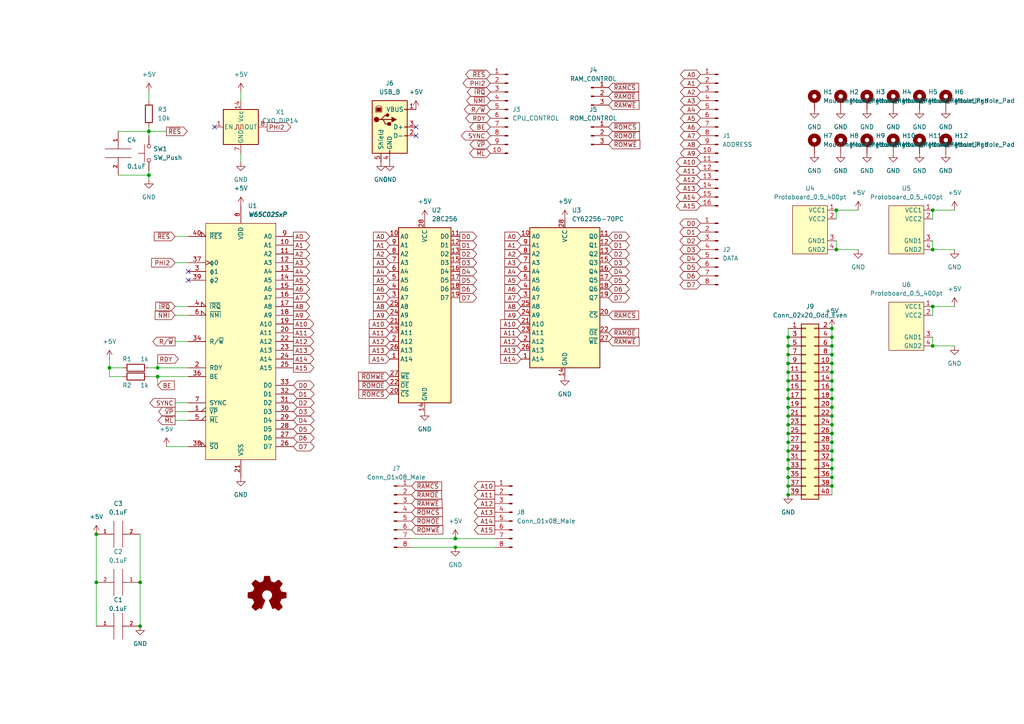
<source format=kicad_sch>
(kicad_sch (version 20211123) (generator eeschema)
  (paper "A4")
  (junction (at 228.6 102.87))
  (junction (at 241.3 102.87))
  (junction (at 132.08 158.75))
  (junction (at 241.3 118.11))
  (junction (at 132.08 156.21))
  (junction (at 241.3 138.43))
  (junction (at 31.75 106.68))
  (junction (at 43.18 38.1))
  (junction (at 241.3 110.49))
  (junction (at 228.6 138.43))
  (junction (at 228.6 97.79))
  (junction (at 241.3 125.73))
  (junction (at 228.6 120.65))
  (junction (at 228.6 125.73))
  (junction (at 228.6 107.95))
  (junction (at 241.3 105.41))
  (junction (at 241.3 95.25))
  (junction (at 40.64 168.91))
  (junction (at 228.6 130.81))
  (junction (at 241.3 113.03))
  (junction (at 228.6 143.51))
  (junction (at 241.3 135.89))
  (junction (at 270.51 60.96))
  (junction (at 241.3 123.19))
  (junction (at 45.72 109.22))
  (junction (at 228.6 115.57))
  (junction (at 241.3 97.79))
  (junction (at 241.3 115.57))
  (junction (at 228.6 110.49))
  (junction (at 228.6 100.33))
  (junction (at 228.6 123.19))
  (junction (at 228.6 105.41))
  (junction (at 228.6 118.11))
  (junction (at 242.57 60.96))
  (junction (at 242.57 72.39))
  (junction (at 228.6 128.27))
  (junction (at 270.51 88.9))
  (junction (at 228.6 135.89))
  (junction (at 228.6 133.35))
  (junction (at 45.72 106.68))
  (junction (at 241.3 120.65))
  (junction (at 270.51 72.39))
  (junction (at 241.3 128.27))
  (junction (at 241.3 100.33))
  (junction (at 270.51 100.33))
  (junction (at 228.6 113.03))
  (junction (at 228.6 140.97))
  (junction (at 241.3 140.97))
  (junction (at 43.18 50.8))
  (junction (at 27.94 154.94))
  (junction (at 241.3 133.35))
  (junction (at 27.94 168.91))
  (junction (at 241.3 107.95))
  (junction (at 40.64 181.61))
  (junction (at 241.3 130.81))
  (no_connect (at 54.61 81.28))
  (no_connect (at 54.61 78.74))
  (no_connect (at 62.23 36.83))
  (no_connect (at 120.65 39.37))
  (no_connect (at 120.65 36.83))
  (wire (pts (xy 228.6 107.95) (xy 228.6 110.49)))
  (wire (pts (xy 119.38 158.75) (xy 132.08 158.75)))
  (wire (pts (xy 242.57 60.96) (xy 248.92 60.96)))
  (wire (pts (xy 34.29 38.1) (xy 43.18 38.1)))
  (wire (pts (xy 241.3 113.03) (xy 241.3 115.57)))
  (wire (pts (xy 228.6 97.79) (xy 228.6 100.33)))
  (wire (pts (xy 48.26 129.54) (xy 54.61 129.54)))
  (wire (pts (xy 43.18 26.67) (xy 43.18 29.21)))
  (wire (pts (xy 50.8 91.44) (xy 54.61 91.44)))
  (wire (pts (xy 228.6 140.97) (xy 228.6 143.51)))
  (wire (pts (xy 241.3 110.49) (xy 241.3 113.03)))
  (wire (pts (xy 241.3 140.97) (xy 241.3 143.51)))
  (wire (pts (xy 119.38 156.21) (xy 132.08 156.21)))
  (wire (pts (xy 35.56 106.68) (xy 31.75 106.68)))
  (wire (pts (xy 228.6 102.87) (xy 228.6 105.41)))
  (wire (pts (xy 270.51 88.9) (xy 276.86 88.9)))
  (wire (pts (xy 241.3 100.33) (xy 241.3 102.87)))
  (wire (pts (xy 241.3 105.41) (xy 241.3 107.95)))
  (wire (pts (xy 31.75 104.14) (xy 31.75 106.68)))
  (wire (pts (xy 50.8 121.92) (xy 54.61 121.92)))
  (wire (pts (xy 270.51 60.96) (xy 276.86 60.96)))
  (wire (pts (xy 241.3 120.65) (xy 241.3 123.19)))
  (wire (pts (xy 45.72 104.14) (xy 45.72 106.68)))
  (wire (pts (xy 242.57 60.96) (xy 242.57 63.5)))
  (wire (pts (xy 270.51 60.96) (xy 270.51 63.5)))
  (wire (pts (xy 50.8 88.9) (xy 54.61 88.9)))
  (wire (pts (xy 31.75 106.68) (xy 31.75 109.22)))
  (wire (pts (xy 43.18 50.8) (xy 43.18 49.53)))
  (wire (pts (xy 228.6 95.25) (xy 228.6 97.79)))
  (wire (pts (xy 45.72 106.68) (xy 54.61 106.68)))
  (wire (pts (xy 40.64 154.94) (xy 40.64 168.91)))
  (wire (pts (xy 43.18 38.1) (xy 43.18 39.37)))
  (wire (pts (xy 270.51 69.85) (xy 270.51 72.39)))
  (wire (pts (xy 35.56 109.22) (xy 31.75 109.22)))
  (wire (pts (xy 242.57 72.39) (xy 248.92 72.39)))
  (wire (pts (xy 241.3 102.87) (xy 241.3 105.41)))
  (wire (pts (xy 241.3 125.73) (xy 241.3 128.27)))
  (wire (pts (xy 50.8 68.58) (xy 54.61 68.58)))
  (wire (pts (xy 50.8 76.2) (xy 54.61 76.2)))
  (wire (pts (xy 228.6 138.43) (xy 228.6 140.97)))
  (wire (pts (xy 241.3 118.11) (xy 241.3 120.65)))
  (wire (pts (xy 270.51 97.79) (xy 270.51 100.33)))
  (wire (pts (xy 69.85 26.67) (xy 69.85 29.21)))
  (wire (pts (xy 132.08 158.75) (xy 143.51 158.75)))
  (wire (pts (xy 43.18 38.1) (xy 48.26 38.1)))
  (wire (pts (xy 228.6 110.49) (xy 228.6 113.03)))
  (wire (pts (xy 50.8 119.38) (xy 54.61 119.38)))
  (wire (pts (xy 270.51 100.33) (xy 276.86 100.33)))
  (wire (pts (xy 228.6 100.33) (xy 228.6 102.87)))
  (wire (pts (xy 45.72 109.22) (xy 45.72 111.76)))
  (wire (pts (xy 270.51 88.9) (xy 270.51 91.44)))
  (wire (pts (xy 241.3 97.79) (xy 241.3 100.33)))
  (wire (pts (xy 228.6 125.73) (xy 228.6 128.27)))
  (wire (pts (xy 241.3 133.35) (xy 241.3 135.89)))
  (wire (pts (xy 241.3 135.89) (xy 241.3 138.43)))
  (wire (pts (xy 228.6 115.57) (xy 228.6 118.11)))
  (wire (pts (xy 241.3 123.19) (xy 241.3 125.73)))
  (wire (pts (xy 241.3 130.81) (xy 241.3 133.35)))
  (wire (pts (xy 27.94 168.91) (xy 27.94 181.61)))
  (wire (pts (xy 242.57 69.85) (xy 242.57 72.39)))
  (wire (pts (xy 228.6 123.19) (xy 228.6 125.73)))
  (wire (pts (xy 228.6 118.11) (xy 228.6 120.65)))
  (wire (pts (xy 241.3 128.27) (xy 241.3 130.81)))
  (wire (pts (xy 228.6 128.27) (xy 228.6 130.81)))
  (wire (pts (xy 241.3 115.57) (xy 241.3 118.11)))
  (wire (pts (xy 241.3 107.95) (xy 241.3 110.49)))
  (wire (pts (xy 43.18 109.22) (xy 45.72 109.22)))
  (wire (pts (xy 228.6 135.89) (xy 228.6 138.43)))
  (wire (pts (xy 40.64 168.91) (xy 40.64 181.61)))
  (wire (pts (xy 228.6 133.35) (xy 228.6 135.89)))
  (wire (pts (xy 34.29 50.8) (xy 43.18 50.8)))
  (wire (pts (xy 45.72 109.22) (xy 54.61 109.22)))
  (wire (pts (xy 69.85 44.45) (xy 69.85 46.99)))
  (wire (pts (xy 43.18 52.07) (xy 43.18 50.8)))
  (wire (pts (xy 43.18 36.83) (xy 43.18 38.1)))
  (wire (pts (xy 132.08 156.21) (xy 143.51 156.21)))
  (wire (pts (xy 228.6 113.03) (xy 228.6 115.57)))
  (wire (pts (xy 241.3 138.43) (xy 241.3 140.97)))
  (wire (pts (xy 43.18 106.68) (xy 45.72 106.68)))
  (wire (pts (xy 50.8 116.84) (xy 54.61 116.84)))
  (wire (pts (xy 27.94 154.94) (xy 27.94 168.91)))
  (wire (pts (xy 228.6 130.81) (xy 228.6 133.35)))
  (wire (pts (xy 228.6 105.41) (xy 228.6 107.95)))
  (wire (pts (xy 50.8 99.06) (xy 54.61 99.06)))
  (wire (pts (xy 270.51 72.39) (xy 276.86 72.39)))
  (wire (pts (xy 241.3 95.25) (xy 241.3 97.79)))
  (wire (pts (xy 228.6 120.65) (xy 228.6 123.19)))
  (global_label "A12" (shape output) (at 143.51 146.05 180) (property "Referencias entre hojas" "${INTERSHEET_REFS}" (effects hide)))
  (global_label "D0" (shape output) (at 133.35 68.58 0) (property "Referencias entre hojas" "${INTERSHEET_REFS}" (effects hide)))
  (global_label "~{ROMWE}" (shape input) (at 176.53 41.91 0) (property "Referencias entre hojas" "${INTERSHEET_REFS}" (effects hide)))
  (global_label "A7" (shape input) (at 151.13 86.36 180) (property "Referencias entre hojas" "${INTERSHEET_REFS}" (effects hide)))
  (global_label "A5" (shape input) (at 151.13 81.28 180) (property "Referencias entre hojas" "${INTERSHEET_REFS}" (effects hide)))
  (global_label "D5" (shape output) (at 133.35 81.28 0) (property "Referencias entre hojas" "${INTERSHEET_REFS}" (effects hide)))
  (global_label "A12" (shape bidirectional) (at 203.2 52.07 180) (property "Referencias entre hojas" "${INTERSHEET_REFS}" (effects hide)))
  (global_label "A6" (shape bidirectional) (at 203.2 36.83 180) (property "Referencias entre hojas" "${INTERSHEET_REFS}" (effects hide)))
  (global_label "A1" (shape output) (at 85.09 71.12 0) (property "Referencias entre hojas" "${INTERSHEET_REFS}" (effects hide)))
  (global_label "D3" (shape output) (at 133.35 76.2 0) (property "Referencias entre hojas" "${INTERSHEET_REFS}" (effects hide)))
  (global_label "BE" (shape input) (at 45.72 111.76 0) (property "Referencias entre hojas" "${INTERSHEET_REFS}" (effects hide)))
  (global_label "D1" (shape bidirectional) (at 176.53 71.12 0) (property "Referencias entre hojas" "${INTERSHEET_REFS}" (effects hide)))
  (global_label "A15" (shape bidirectional) (at 203.2 59.69 180) (property "Referencias entre hojas" "${INTERSHEET_REFS}" (effects hide)))
  (global_label "~{RAMOE}" (shape input) (at 176.53 27.94 0) (property "Referencias entre hojas" "${INTERSHEET_REFS}" (effects hide)))
  (global_label "A6" (shape output) (at 85.09 83.82 0) (property "Referencias entre hojas" "${INTERSHEET_REFS}" (effects hide)))
  (global_label "A8" (shape bidirectional) (at 203.2 41.91 180) (property "Referencias entre hojas" "${INTERSHEET_REFS}" (effects hide)))
  (global_label "A13" (shape input) (at 151.13 101.6 180) (property "Referencias entre hojas" "${INTERSHEET_REFS}" (effects hide)))
  (global_label "A5" (shape input) (at 113.03 81.28 180) (property "Referencias entre hojas" "${INTERSHEET_REFS}" (effects hide)))
  (global_label "D2" (shape bidirectional) (at 85.09 116.84 0) (property "Referencias entre hojas" "${INTERSHEET_REFS}" (effects hide)))
  (global_label "A1" (shape bidirectional) (at 203.2 24.13 180) (property "Referencias entre hojas" "${INTERSHEET_REFS}" (effects hide)))
  (global_label "~{ROMCS}" (shape input) (at 176.53 36.83 0) (property "Referencias entre hojas" "${INTERSHEET_REFS}" (effects hide)))
  (global_label "A11" (shape input) (at 151.13 96.52 180) (property "Referencias entre hojas" "${INTERSHEET_REFS}" (effects hide)))
  (global_label "A4" (shape input) (at 151.13 78.74 180) (property "Referencias entre hojas" "${INTERSHEET_REFS}" (effects hide)))
  (global_label "A10" (shape input) (at 113.03 93.98 180) (property "Referencias entre hojas" "${INTERSHEET_REFS}" (effects hide)))
  (global_label "PHI2" (shape bidirectional) (at 142.24 24.13 180) (property "Referencias entre hojas" "${INTERSHEET_REFS}" (effects hide)))
  (global_label "~{RES}" (shape output) (at 48.26 38.1 0) (property "Referencias entre hojas" "${INTERSHEET_REFS}" (effects hide)))
  (global_label "D6" (shape bidirectional) (at 85.09 127 0) (property "Referencias entre hojas" "${INTERSHEET_REFS}" (effects hide)))
  (global_label "D1" (shape output) (at 133.35 71.12 0) (property "Referencias entre hojas" "${INTERSHEET_REFS}" (effects hide)))
  (global_label "~{ML}" (shape bidirectional) (at 142.24 44.45 180) (property "Referencias entre hojas" "${INTERSHEET_REFS}" (effects hide)))
  (global_label "D0" (shape bidirectional) (at 176.53 68.58 0) (property "Referencias entre hojas" "${INTERSHEET_REFS}" (effects hide)))
  (global_label "~{RES}" (shape input) (at 50.8 68.58 180) (property "Referencias entre hojas" "${INTERSHEET_REFS}" (effects hide)))
  (global_label "D0" (shape bidirectional) (at 85.09 111.76 0) (property "Referencias entre hojas" "${INTERSHEET_REFS}" (effects hide)))
  (global_label "RDY" (shape bidirectional) (at 142.24 34.29 180) (property "Referencias entre hojas" "${INTERSHEET_REFS}" (effects hide)))
  (global_label "D5" (shape bidirectional) (at 203.2 77.47 180) (property "Referencias entre hojas" "${INTERSHEET_REFS}" (effects hide)))
  (global_label "D6" (shape output) (at 133.35 83.82 0) (property "Referencias entre hojas" "${INTERSHEET_REFS}" (effects hide)))
  (global_label "D7" (shape bidirectional) (at 85.09 129.54 0) (property "Referencias entre hojas" "${INTERSHEET_REFS}" (effects hide)))
  (global_label "D7" (shape bidirectional) (at 203.2 82.55 180) (property "Referencias entre hojas" "${INTERSHEET_REFS}" (effects hide)))
  (global_label "A2" (shape bidirectional) (at 203.2 26.67 180) (property "Referencias entre hojas" "${INTERSHEET_REFS}" (effects hide)))
  (global_label "A2" (shape input) (at 113.03 73.66 180) (property "Referencias entre hojas" "${INTERSHEET_REFS}" (effects hide)))
  (global_label "A13" (shape output) (at 143.51 148.59 180) (property "Referencias entre hojas" "${INTERSHEET_REFS}" (effects hide)))
  (global_label "A12" (shape input) (at 113.03 99.06 180) (property "Referencias entre hojas" "${INTERSHEET_REFS}" (effects hide)))
  (global_label "~{ML}" (shape output) (at 50.8 121.92 180) (property "Referencias entre hojas" "${INTERSHEET_REFS}" (effects hide)))
  (global_label "PHI2" (shape output) (at 77.47 36.83 0) (property "Referencias entre hojas" "${INTERSHEET_REFS}" (effects hide)))
  (global_label "A14" (shape output) (at 143.51 151.13 180) (property "Referencias entre hojas" "${INTERSHEET_REFS}" (effects hide)))
  (global_label "~{ROMCS}" (shape input) (at 113.03 114.3 180) (property "Referencias entre hojas" "${INTERSHEET_REFS}" (effects hide)))
  (global_label "D0" (shape bidirectional) (at 203.2 64.77 180) (property "Referencias entre hojas" "${INTERSHEET_REFS}" (effects hide)))
  (global_label "A11" (shape input) (at 113.03 96.52 180) (property "Referencias entre hojas" "${INTERSHEET_REFS}" (effects hide)))
  (global_label "A9" (shape input) (at 151.13 91.44 180) (property "Referencias entre hojas" "${INTERSHEET_REFS}" (effects hide)))
  (global_label "~{ROMOE}" (shape input) (at 119.38 151.13 0) (property "Referencias entre hojas" "${INTERSHEET_REFS}" (effects hide)))
  (global_label "D6" (shape bidirectional) (at 203.2 80.01 180) (property "Referencias entre hojas" "${INTERSHEET_REFS}" (effects hide)))
  (global_label "A14" (shape input) (at 113.03 104.14 180) (property "Referencias entre hojas" "${INTERSHEET_REFS}" (effects hide)))
  (global_label "A13" (shape input) (at 113.03 101.6 180) (property "Referencias entre hojas" "${INTERSHEET_REFS}" (effects hide)))
  (global_label "~{RAMOE}" (shape input) (at 119.38 143.51 0) (property "Referencias entre hojas" "${INTERSHEET_REFS}" (effects hide)))
  (global_label "A12" (shape input) (at 151.13 99.06 180) (property "Referencias entre hojas" "${INTERSHEET_REFS}" (effects hide)))
  (global_label "A1" (shape input) (at 113.03 71.12 180) (property "Referencias entre hojas" "${INTERSHEET_REFS}" (effects hide)))
  (global_label "A13" (shape bidirectional) (at 203.2 54.61 180) (property "Referencias entre hojas" "${INTERSHEET_REFS}" (effects hide)))
  (global_label "A9" (shape input) (at 113.03 91.44 180) (property "Referencias entre hojas" "${INTERSHEET_REFS}" (effects hide)))
  (global_label "D2" (shape bidirectional) (at 176.53 73.66 0) (property "Referencias entre hojas" "${INTERSHEET_REFS}" (effects hide)))
  (global_label "A3" (shape output) (at 85.09 76.2 0) (property "Referencias entre hojas" "${INTERSHEET_REFS}" (effects hide)))
  (global_label "A0" (shape output) (at 85.09 68.58 0) (property "Referencias entre hojas" "${INTERSHEET_REFS}" (effects hide)))
  (global_label "~{RAMCS}" (shape input) (at 176.53 25.4 0) (property "Referencias entre hojas" "${INTERSHEET_REFS}" (effects hide)))
  (global_label "A1" (shape input) (at 151.13 71.12 180) (property "Referencias entre hojas" "${INTERSHEET_REFS}" (effects hide)))
  (global_label "D1" (shape bidirectional) (at 85.09 114.3 0) (property "Referencias entre hojas" "${INTERSHEET_REFS}" (effects hide)))
  (global_label "A0" (shape bidirectional) (at 203.2 21.59 180) (property "Referencias entre hojas" "${INTERSHEET_REFS}" (effects hide)))
  (global_label "~{RAMCS}" (shape input) (at 176.53 91.44 0) (property "Referencias entre hojas" "${INTERSHEET_REFS}" (effects hide)))
  (global_label "A14" (shape input) (at 151.13 104.14 180) (property "Referencias entre hojas" "${INTERSHEET_REFS}" (effects hide)))
  (global_label "A0" (shape input) (at 113.03 68.58 180) (property "Referencias entre hojas" "${INTERSHEET_REFS}" (effects hide)))
  (global_label "D7" (shape bidirectional) (at 176.53 86.36 0) (property "Referencias entre hojas" "${INTERSHEET_REFS}" (effects hide)))
  (global_label "A4" (shape output) (at 85.09 78.74 0) (property "Referencias entre hojas" "${INTERSHEET_REFS}" (effects hide)))
  (global_label "A3" (shape input) (at 151.13 76.2 180) (property "Referencias entre hojas" "${INTERSHEET_REFS}" (effects hide)))
  (global_label "A3" (shape bidirectional) (at 203.2 29.21 180) (property "Referencias entre hojas" "${INTERSHEET_REFS}" (effects hide)))
  (global_label "A6" (shape input) (at 151.13 83.82 180) (property "Referencias entre hojas" "${INTERSHEET_REFS}" (effects hide)))
  (global_label "~{IRQ}" (shape bidirectional) (at 142.24 26.67 180) (property "Referencias entre hojas" "${INTERSHEET_REFS}" (effects hide)))
  (global_label "A15" (shape output) (at 85.09 106.68 0) (property "Referencias entre hojas" "${INTERSHEET_REFS}" (effects hide)))
  (global_label "A4" (shape bidirectional) (at 203.2 31.75 180) (property "Referencias entre hojas" "${INTERSHEET_REFS}" (effects hide)))
  (global_label "~{RAMWE}" (shape input) (at 176.53 99.06 0) (property "Referencias entre hojas" "${INTERSHEET_REFS}" (effects hide)))
  (global_label "D4" (shape bidirectional) (at 85.09 121.92 0) (property "Referencias entre hojas" "${INTERSHEET_REFS}" (effects hide)))
  (global_label "A5" (shape bidirectional) (at 203.2 34.29 180) (property "Referencias entre hojas" "${INTERSHEET_REFS}" (effects hide)))
  (global_label "~{NMI}" (shape bidirectional) (at 142.24 29.21 180) (property "Referencias entre hojas" "${INTERSHEET_REFS}" (effects hide)))
  (global_label "~{RAMWE}" (shape input) (at 176.53 30.48 0) (property "Referencias entre hojas" "${INTERSHEET_REFS}" (effects hide)))
  (global_label "A9" (shape bidirectional) (at 203.2 44.45 180) (property "Referencias entre hojas" "${INTERSHEET_REFS}" (effects hide)))
  (global_label "D1" (shape bidirectional) (at 203.2 67.31 180) (property "Referencias entre hojas" "${INTERSHEET_REFS}" (effects hide)))
  (global_label "A10" (shape bidirectional) (at 203.2 46.99 180) (property "Referencias entre hojas" "${INTERSHEET_REFS}" (effects hide)))
  (global_label "A11" (shape output) (at 85.09 96.52 0) (property "Referencias entre hojas" "${INTERSHEET_REFS}" (effects hide)))
  (global_label "BE" (shape bidirectional) (at 142.24 36.83 180) (property "Referencias entre hojas" "${INTERSHEET_REFS}" (effects hide)))
  (global_label "~{ROMWE}" (shape input) (at 113.03 109.22 180) (property "Referencias entre hojas" "${INTERSHEET_REFS}" (effects hide)))
  (global_label "~{RAMCS}" (shape input) (at 119.38 140.97 0) (property "Referencias entre hojas" "${INTERSHEET_REFS}" (effects hide)))
  (global_label "SYNC" (shape output) (at 50.8 116.84 180) (property "Referencias entre hojas" "${INTERSHEET_REFS}" (effects hide)))
  (global_label "A14" (shape output) (at 85.09 104.14 0) (property "Referencias entre hojas" "${INTERSHEET_REFS}" (effects hide)))
  (global_label "D5" (shape bidirectional) (at 85.09 124.46 0) (property "Referencias entre hojas" "${INTERSHEET_REFS}" (effects hide)))
  (global_label "~{ROMOE}" (shape input) (at 176.53 39.37 0) (property "Referencias entre hojas" "${INTERSHEET_REFS}" (effects hide)))
  (global_label "D4" (shape output) (at 133.35 78.74 0) (property "Referencias entre hojas" "${INTERSHEET_REFS}" (effects hide)))
  (global_label "A11" (shape bidirectional) (at 203.2 49.53 180) (property "Referencias entre hojas" "${INTERSHEET_REFS}" (effects hide)))
  (global_label "RDY" (shape output) (at 45.72 104.14 0) (property "Referencias entre hojas" "${INTERSHEET_REFS}" (effects hide)))
  (global_label "A10" (shape output) (at 85.09 93.98 0) (property "Referencias entre hojas" "${INTERSHEET_REFS}" (effects hide)))
  (global_label "D5" (shape bidirectional) (at 176.53 81.28 0) (property "Referencias entre hojas" "${INTERSHEET_REFS}" (effects hide)))
  (global_label "~{IRQ}" (shape input) (at 50.8 88.9 180) (property "Referencias entre hojas" "${INTERSHEET_REFS}" (effects hide)))
  (global_label "A12" (shape output) (at 85.09 99.06 0) (property "Referencias entre hojas" "${INTERSHEET_REFS}" (effects hide)))
  (global_label "A8" (shape input) (at 113.03 88.9 180) (property "Referencias entre hojas" "${INTERSHEET_REFS}" (effects hide)))
  (global_label "A2" (shape output) (at 85.09 73.66 0) (property "Referencias entre hojas" "${INTERSHEET_REFS}" (effects hide)))
  (global_label "D2" (shape bidirectional) (at 203.2 69.85 180) (property "Referencias entre hojas" "${INTERSHEET_REFS}" (effects hide)))
  (global_label "~{RAMOE}" (shape input) (at 176.53 96.52 0) (property "Referencias entre hojas" "${INTERSHEET_REFS}" (effects hide)))
  (global_label "A10" (shape output) (at 143.51 140.97 180) (property "Referencias entre hojas" "${INTERSHEET_REFS}" (effects hide)))
  (global_label "A7" (shape output) (at 85.09 86.36 0) (property "Referencias entre hojas" "${INTERSHEET_REFS}" (effects hide)))
  (global_label "D3" (shape bidirectional) (at 203.2 72.39 180) (property "Referencias entre hojas" "${INTERSHEET_REFS}" (effects hide)))
  (global_label "~{VP}" (shape bidirectional) (at 142.24 41.91 180) (property "Referencias entre hojas" "${INTERSHEET_REFS}" (effects hide)))
  (global_label "D4" (shape bidirectional) (at 203.2 74.93 180) (property "Referencias entre hojas" "${INTERSHEET_REFS}" (effects hide)))
  (global_label "A8" (shape output) (at 85.09 88.9 0) (property "Referencias entre hojas" "${INTERSHEET_REFS}" (effects hide)))
  (global_label "A0" (shape input) (at 151.13 68.58 180) (property "Referencias entre hojas" "${INTERSHEET_REFS}" (effects hide)))
  (global_label "A6" (shape input) (at 113.03 83.82 180) (property "Referencias entre hojas" "${INTERSHEET_REFS}" (effects hide)))
  (global_label "A14" (shape bidirectional) (at 203.2 57.15 180) (property "Referencias entre hojas" "${INTERSHEET_REFS}" (effects hide)))
  (global_label "A9" (shape output) (at 85.09 91.44 0) (property "Referencias entre hojas" "${INTERSHEET_REFS}" (effects hide)))
  (global_label "A13" (shape output) (at 85.09 101.6 0) (property "Referencias entre hojas" "${INTERSHEET_REFS}" (effects hide)))
  (global_label "A7" (shape input) (at 113.03 86.36 180) (property "Referencias entre hojas" "${INTERSHEET_REFS}" (effects hide)))
  (global_label "D2" (shape output) (at 133.35 73.66 0) (property "Referencias entre hojas" "${INTERSHEET_REFS}" (effects hide)))
  (global_label "A15" (shape output) (at 143.51 153.67 180) (property "Referencias entre hojas" "${INTERSHEET_REFS}" (effects hide)))
  (global_label "~{NMI}" (shape input) (at 50.8 91.44 180) (property "Referencias entre hojas" "${INTERSHEET_REFS}" (effects hide)))
  (global_label "~{ROMWE}" (shape input) (at 119.38 153.67 0) (property "Referencias entre hojas" "${INTERSHEET_REFS}" (effects hide)))
  (global_label "A7" (shape bidirectional) (at 203.2 39.37 180) (property "Referencias entre hojas" "${INTERSHEET_REFS}" (effects hide)))
  (global_label "A3" (shape input) (at 113.03 76.2 180) (property "Referencias entre hojas" "${INTERSHEET_REFS}" (effects hide)))
  (global_label "A5" (shape output) (at 85.09 81.28 0) (property "Referencias entre hojas" "${INTERSHEET_REFS}" (effects hide)))
  (global_label "~{ROMCS}" (shape input) (at 119.38 148.59 0) (property "Referencias entre hojas" "${INTERSHEET_REFS}" (effects hide)))
  (global_label "A8" (shape input) (at 151.13 88.9 180) (property "Referencias entre hojas" "${INTERSHEET_REFS}" (effects hide)))
  (global_label "A2" (shape input) (at 151.13 73.66 180) (property "Referencias entre hojas" "${INTERSHEET_REFS}" (effects hide)))
  (global_label "D7" (shape output) (at 133.35 86.36 0) (property "Referencias entre hojas" "${INTERSHEET_REFS}" (effects hide)))
  (global_label "D4" (shape bidirectional) (at 176.53 78.74 0) (property "Referencias entre hojas" "${INTERSHEET_REFS}" (effects hide)))
  (global_label "~{RAMWE}" (shape input) (at 119.38 146.05 0) (property "Referencias entre hojas" "${INTERSHEET_REFS}" (effects hide)))
  (global_label "D3" (shape bidirectional) (at 176.53 76.2 0) (property "Referencias entre hojas" "${INTERSHEET_REFS}" (effects hide)))
  (global_label "A10" (shape input) (at 151.13 93.98 180) (property "Referencias entre hojas" "${INTERSHEET_REFS}" (effects hide)))
  (global_label "~{VP}" (shape output) (at 50.8 119.38 180) (property "Referencias entre hojas" "${INTERSHEET_REFS}" (effects hide)))
  (global_label "~{ROMOE}" (shape input) (at 113.03 111.76 180) (property "Referencias entre hojas" "${INTERSHEET_REFS}" (effects hide)))
  (global_label "R{slash}~{W}" (shape bidirectional) (at 142.24 31.75 180) (property "Referencias entre hojas" "${INTERSHEET_REFS}" (effects hide)))
  (global_label "D3" (shape bidirectional) (at 85.09 119.38 0) (property "Referencias entre hojas" "${INTERSHEET_REFS}" (effects hide)))
  (global_label "PHI2" (shape input) (at 50.8 76.2 180) (property "Referencias entre hojas" "${INTERSHEET_REFS}" (effects hide)))
  (global_label "R{slash}~{W}" (shape output) (at 50.8 99.06 180) (property "Referencias entre hojas" "${INTERSHEET_REFS}" (effects hide)))
  (global_label "SYNC" (shape bidirectional) (at 142.24 39.37 180) (property "Referencias entre hojas" "${INTERSHEET_REFS}" (effects hide)))
  (global_label "D6" (shape bidirectional) (at 176.53 83.82 0) (property "Referencias entre hojas" "${INTERSHEET_REFS}" (effects hide)))
  (global_label "A4" (shape input) (at 113.03 78.74 180) (property "Referencias entre hojas" "${INTERSHEET_REFS}" (effects hide)))
  (global_label "A11" (shape output) (at 143.51 143.51 180) (property "Referencias entre hojas" "${INTERSHEET_REFS}" (effects hide)))
  (global_label "~{RES}" (shape bidirectional) (at 142.24 21.59 180) (property "Referencias entre hojas" "${INTERSHEET_REFS}" (effects hide)))
  (symbol (lib_id "Memory_RAM:CY62256-70PC") (at 163.83 86.36 0) (unit 1)
    (property "Reference" "U3" (at 165.8494 60.96 0) (effects (justify left)))
    (property "Value" "CY62256-70PC" (at 165.8494 63.5 0) (effects (justify left)))
    (property "Footprint" "Package_DIP:DIP-28_W15.24mm_Socket_LongPads" (effects hide))
    (property "Datasheet" "https://ecee.colorado.edu/~mcclurel/Cypress_SRAM_CY62256.pdf" (effects hide))
  )
  (symbol (lib_id "pspice:C") (at 34.29 44.45 0) (unit 1)
    (property "Reference" "C4" (at 36.83 40.64 0) (effects (justify left)))
    (property "Value" "0.1uF" (at 36.83 48.26 0) (effects (justify left)))
    (property "Footprint" "Capacitor_THT:C_Disc_D5.0mm_W2.5mm_P2.50mm" (effects hide))
  )
  (symbol (lib_id "Device:R") (at 39.37 109.22 90) (unit 1)
    (property "Reference" "R2" (at 36.83 111.76 90))
    (property "Value" "1k" (at 41.91 111.76 90))
    (property "Footprint" "Resistor_THT:R_Axial_DIN0309_L9.0mm_D3.2mm_P12.70mm_Horizontal" (effects hide))
  )
  (symbol (lib_id "Connector:Conn_01x03_Male") (at 171.45 27.94 0) (unit 1)
    (property "Reference" "J4" (at 172.085 20.32 0))
    (property "Value" "RAM_CONTROL" (at 172.085 22.86 0))
    (property "Footprint" "Connector_PinSocket_2.54mm:PinSocket_1x03_P2.54mm_Vertical" (effects hide))
  )
  (symbol (lib_id "power:GND") (at 266.7 31.75 0) (unit 1)
    (property "Reference" "#PWR0124" (effects hide))
    (property "Value" "GND" (at 266.7 36.83 0))
  )
  (symbol (lib_id "power:GND") (at 40.64 181.61 0) (unit 1)
    (property "Reference" "#PWR0118" (effects hide))
    (property "Value" "GND" (at 40.64 186.69 0))
  )
  (symbol (lib_id "power:+5V") (at 132.08 156.21 0) (unit 1)
    (property "Reference" "#PWR0113" (effects hide))
    (property "Value" "+5V" (at 132.08 151.13 0))
  )
  (symbol (lib_id "Mechanical:MountingHole_Pad") (at 251.46 29.21 0) (unit 1)
    (property "Reference" "H3" (at 254 26.6699 0) (effects (justify left)))
    (property "Value" "MountingHole_Pad" (at 254 29.2099 0) (effects (justify left)))
    (property "Footprint" "MountingHole:MountingHole_3.2mm_M3_Pad_Via" (effects hide))
  )
  (symbol (lib_id "power:GND") (at 243.84 31.75 0) (unit 1)
    (property "Reference" "#PWR0127" (effects hide))
    (property "Value" "GND" (at 243.84 36.83 0))
  )
  (symbol (lib_id "Device:R") (at 39.37 106.68 90) (unit 1)
    (property "Reference" "R1" (at 36.83 104.14 90))
    (property "Value" "1k" (at 41.91 104.14 90))
    (property "Footprint" "Resistor_THT:R_Axial_DIN0309_L9.0mm_D3.2mm_P12.70mm_Horizontal" (effects hide))
  )
  (symbol (lib_id "Mechanical:MountingHole_Pad") (at 236.22 41.91 0) (unit 1)
    (property "Reference" "H7" (at 238.76 39.3699 0) (effects (justify left)))
    (property "Value" "MountingHole_Pad" (at 238.76 41.9099 0) (effects (justify left)))
    (property "Footprint" "MountingHole:MountingHole_3.2mm_M3_Pad_Via" (effects hide))
  )
  (symbol (lib_id "power:GND") (at 236.22 31.75 0) (unit 1)
    (property "Reference" "#PWR0126" (effects hide))
    (property "Value" "GND" (at 236.22 36.83 0))
  )
  (symbol (lib_id "power:+5V") (at 123.19 63.5 0) (unit 1)
    (property "Reference" "#PWR0104" (effects hide))
    (property "Value" "+5V" (at 123.19 58.42 0))
  )
  (symbol (lib_id "power:+5V") (at 276.86 88.9 0) (unit 1)
    (property "Reference" "#PWR0132" (effects hide))
    (property "Value" "+5V" (at 276.86 83.82 0))
  )
  (symbol (lib_id "power:GND") (at 132.08 158.75 0) (unit 1)
    (property "Reference" "#PWR0114" (effects hide))
    (property "Value" "GND" (at 132.08 163.83 0))
  )
  (symbol (lib_id "power:GND") (at 163.83 109.22 0) (unit 1)
    (property "Reference" "#PWR0109" (effects hide))
    (property "Value" "GND" (at 163.83 114.3 0))
  )
  (symbol (lib_id "power:GND") (at 228.6 143.51 0) (unit 1)
    (property "Reference" "#PWR0120" (effects hide))
    (property "Value" "GND" (at 228.6 148.59 0))
  )
  (symbol (lib_id "Mechanical:MountingHole_Pad") (at 251.46 41.91 0) (unit 1)
    (property "Reference" "H9" (at 254 39.3699 0) (effects (justify left)))
    (property "Value" "MountingHole_Pad" (at 254 41.9099 0) (effects (justify left)))
    (property "Footprint" "MountingHole:MountingHole_3.2mm_M3_Pad_Via" (effects hide))
  )
  (symbol (lib_id "Switch:SW_Push") (at 43.18 44.45 90) (unit 1)
    (property "Reference" "SW1" (at 44.45 43.1799 90) (effects (justify right)))
    (property "Value" "SW_Push" (at 44.45 45.7199 90) (effects (justify right)))
    (property "Footprint" "Button_Switch_THT:SW_PUSH_6mm" (effects hide))
  )
  (symbol (lib_id "power:GND") (at 236.22 44.45 0) (unit 1)
    (property "Reference" "#PWR0135" (effects hide))
    (property "Value" "GND" (at 236.22 49.53 0))
  )
  (symbol (lib_id "Memory_EEPROM:28C256") (at 123.19 91.44 0) (unit 1)
    (property "Reference" "U2" (at 125.2094 60.96 0) (effects (justify left)))
    (property "Value" "28C256" (at 125.2094 63.5 0) (effects (justify left)))
    (property "Footprint" "Package_DIP:DIP-28_W15.24mm_Socket_LongPads" (effects hide))
    (property "Datasheet" "http://ww1.microchip.com/downloads/en/DeviceDoc/doc0006.pdf" (effects hide))
  )
  (symbol (lib_id "power:GND") (at 110.49 46.99 0) (unit 1)
    (property "Reference" "#PWR0115" (effects hide))
    (property "Value" "GND" (at 110.49 52.07 0))
  )
  (symbol (lib_id "Perfboard:Protoboard_0,5_400pt") (at 260.35 83.82 0) (unit 1)
    (property "Reference" "U6" (at 262.89 82.55 0))
    (property "Value" "Protoboard_0,5_400pt" (at 262.89 85.09 0))
    (property "Footprint" "Protoboard_with_perfboard:Protoboard_Perfboard_0,5_400pt" (effects hide))
  )
  (symbol (lib_id "Mechanical:MountingHole_Pad") (at 243.84 41.91 0) (unit 1)
    (property "Reference" "H8" (at 246.38 39.3699 0) (effects (justify left)))
    (property "Value" "MountingHole_Pad" (at 246.38 41.9099 0) (effects (justify left)))
    (property "Footprint" "MountingHole:MountingHole_3.2mm_M3_Pad_Via" (effects hide))
  )
  (symbol (lib_id "power:GND") (at 259.08 44.45 0) (unit 1)
    (property "Reference" "#PWR0137" (effects hide))
    (property "Value" "GND" (at 259.08 49.53 0))
  )
  (symbol (lib_id "Graphic:Logo_Open_Hardware_Small") (at 77.47 172.72 0) (unit 1)
    (property "Reference" "#LOGO1" (effects hide))
    (property "Value" "Logo_Open_Hardware_Small" (effects hide))
    (property "Footprint" "Symbol:OSHW-Symbol_13.4x12mm_Copper" (effects hide))
  )
  (symbol (lib_id "power:GND") (at 69.85 138.43 0) (unit 1)
    (property "Reference" "#PWR0102" (effects hide))
    (property "Value" "GND" (at 69.85 143.51 0))
  )
  (symbol (lib_id "power:+5V") (at 31.75 104.14 0) (unit 1)
    (property "Reference" "#PWR0106" (effects hide))
    (property "Value" "+5V" (at 31.75 99.06 0))
  )
  (symbol (lib_id "Perfboard:Protoboard_0,5_400pt") (at 260.35 55.88 0) (unit 1)
    (property "Reference" "U5" (at 262.89 54.61 0))
    (property "Value" "Protoboard_0,5_400pt" (at 262.89 57.15 0))
    (property "Footprint" "Protoboard_with_perfboard:Protoboard_Perfboard_0,5_400pt" (effects hide))
  )
  (symbol (lib_id "Connector:Conn_01x08_Male") (at 114.3 148.59 0) (unit 1)
    (property "Reference" "J7" (at 114.935 135.89 0))
    (property "Value" "Conn_01x08_Male" (at 114.935 138.43 0))
    (property "Footprint" "Connector_PinSocket_2.54mm:PinSocket_1x08_P2.54mm_Vertical" (effects hide))
  )
  (symbol (lib_id "pspice:C") (at 34.29 154.94 90) (unit 1)
    (property "Reference" "C3" (at 34.29 146.05 90))
    (property "Value" "0.1uF" (at 34.29 148.59 90))
    (property "Footprint" "Capacitor_THT:C_Disc_D5.0mm_W2.5mm_P2.50mm" (effects hide))
  )
  (symbol (lib_id "power:GND") (at 266.7 44.45 0) (unit 1)
    (property "Reference" "#PWR0138" (effects hide))
    (property "Value" "GND" (at 266.7 49.53 0))
  )
  (symbol (lib_id "power:+5V") (at 48.26 129.54 0) (unit 1)
    (property "Reference" "#PWR0101" (effects hide))
    (property "Value" "+5V" (at 48.26 124.46 0))
  )
  (symbol (lib_id "Connector:Conn_01x08_Male") (at 148.59 148.59 0) (mirror y) (unit 1)
    (property "Reference" "J8" (at 149.86 148.5899 0) (effects (justify right)))
    (property "Value" "Conn_01x08_Male" (at 149.86 151.1299 0) (effects (justify right)))
    (property "Footprint" "Connector_PinSocket_2.54mm:PinSocket_1x08_P2.54mm_Vertical" (effects hide))
  )
  (symbol (lib_id "power:GND") (at 69.85 46.99 0) (unit 1)
    (property "Reference" "#PWR0111" (effects hide))
    (property "Value" "GND" (at 69.85 52.07 0))
  )
  (symbol (lib_id "Mechanical:MountingHole_Pad") (at 266.7 41.91 0) (unit 1)
    (property "Reference" "H11" (at 269.24 39.3699 0) (effects (justify left)))
    (property "Value" "MountingHole_Pad" (at 269.24 41.9099 0) (effects (justify left)))
    (property "Footprint" "MountingHole:MountingHole_3.2mm_M3_Pad_Via" (effects hide))
  )
  (symbol (lib_id "Mechanical:MountingHole_Pad") (at 259.08 41.91 0) (unit 1)
    (property "Reference" "H10" (at 261.62 39.3699 0) (effects (justify left)))
    (property "Value" "MountingHole_Pad" (at 261.62 41.9099 0) (effects (justify left)))
    (property "Footprint" "MountingHole:MountingHole_3.2mm_M3_Pad_Via" (effects hide))
  )
  (symbol (lib_id "pspice:C") (at 34.29 181.61 90) (unit 1)
    (property "Reference" "C1" (at 34.29 173.99 90))
    (property "Value" "0.1uF" (at 34.29 176.53 90))
    (property "Footprint" "Capacitor_THT:C_Disc_D5.0mm_W2.5mm_P2.50mm" (effects hide))
  )
  (symbol (lib_id "Mechanical:MountingHole_Pad") (at 266.7 29.21 0) (unit 1)
    (property "Reference" "H5" (at 269.24 26.6699 0) (effects (justify left)))
    (property "Value" "MountingHole_Pad" (at 269.24 29.2099 0) (effects (justify left)))
    (property "Footprint" "MountingHole:MountingHole_3.2mm_M3_Pad_Via" (effects hide))
  )
  (symbol (lib_id "Mechanical:MountingHole_Pad") (at 259.08 29.21 0) (unit 1)
    (property "Reference" "H4" (at 261.62 26.6699 0) (effects (justify left)))
    (property "Value" "MountingHole_Pad" (at 261.62 29.2099 0) (effects (justify left)))
    (property "Footprint" "MountingHole:MountingHole_3.2mm_M3_Pad_Via" (effects hide))
  )
  (symbol (lib_id "power:+5V") (at 69.85 26.67 0) (unit 1)
    (property "Reference" "#PWR0112" (effects hide))
    (property "Value" "+5V" (at 69.85 21.59 0))
  )
  (symbol (lib_id "Device:R") (at 43.18 33.02 0) (unit 1)
    (property "Reference" "R3" (at 45.72 31.7499 0) (effects (justify left)))
    (property "Value" "10k" (at 45.72 34.2899 0) (effects (justify left)))
    (property "Footprint" "Resistor_THT:R_Axial_DIN0309_L9.0mm_D3.2mm_P12.70mm_Horizontal" (effects hide))
  )
  (symbol (lib_id "power:GND") (at 243.84 44.45 0) (unit 1)
    (property "Reference" "#PWR0134" (effects hide))
    (property "Value" "GND" (at 243.84 49.53 0))
  )
  (symbol (lib_id "power:GND") (at 274.32 44.45 0) (unit 1)
    (property "Reference" "#PWR0139" (effects hide))
    (property "Value" "GND" (at 274.32 49.53 0))
  )
  (symbol (lib_id "power:GND") (at 251.46 31.75 0) (unit 1)
    (property "Reference" "#PWR0122" (effects hide))
    (property "Value" "GND" (at 251.46 36.83 0))
  )
  (symbol (lib_id "power:+5V") (at 43.18 26.67 0) (unit 1)
    (property "Reference" "#PWR0108" (effects hide))
    (property "Value" "+5V" (at 43.18 21.59 0))
  )
  (symbol (lib_id "Connector:Conn_01x10_Male") (at 147.32 31.75 0) (mirror y) (unit 1)
    (property "Reference" "J3" (at 148.59 31.7499 0) (effects (justify right)))
    (property "Value" "CPU_CONTROL" (at 148.59 34.2899 0) (effects (justify right)))
    (property "Footprint" "Connector_PinSocket_2.54mm:PinSocket_1x10_P2.54mm_Vertical" (effects hide))
  )
  (symbol (lib_id "power:GND") (at 248.92 72.39 0) (unit 1)
    (property "Reference" "#PWR0128" (effects hide))
    (property "Value" "GND" (at 248.92 77.47 0))
  )
  (symbol (lib_id "power:+5V") (at 248.92 60.96 0) (unit 1)
    (property "Reference" "#PWR0129" (effects hide))
    (property "Value" "+5V" (at 248.92 55.88 0))
  )
  (symbol (lib_id "Mechanical:MountingHole_Pad") (at 274.32 41.91 0) (unit 1)
    (property "Reference" "H12" (at 276.86 39.3699 0) (effects (justify left)))
    (property "Value" "MountingHole_Pad" (at 276.86 41.9099 0) (effects (justify left)))
    (property "Footprint" "MountingHole:MountingHole_3.2mm_M3_Pad_Via" (effects hide))
  )
  (symbol (lib_id "Mechanical:MountingHole_Pad") (at 274.32 29.21 0) (unit 1)
    (property "Reference" "H6" (at 276.86 26.6699 0) (effects (justify left)))
    (property "Value" "MountingHole_Pad" (at 276.86 29.2099 0) (effects (justify left)))
    (property "Footprint" "MountingHole:MountingHole_3.2mm_M3_Pad_Via" (effects hide))
  )
  (symbol (lib_id "pspice:C") (at 34.29 168.91 270) (unit 1)
    (property "Reference" "C2" (at 34.29 160.02 90))
    (property "Value" "0.1uF" (at 34.29 162.56 90))
    (property "Footprint" "Capacitor_THT:C_Disc_D5.0mm_W2.5mm_P2.50mm" (effects hide))
  )
  (symbol (lib_id "power:GND") (at 113.03 46.99 0) (unit 1)
    (property "Reference" "#PWR0116" (effects hide))
    (property "Value" "GND" (at 113.03 52.07 0))
  )
  (symbol (lib_id "power:GND") (at 43.18 52.07 0) (unit 1)
    (property "Reference" "#PWR0107" (effects hide))
    (property "Value" "GND" (at 43.18 57.15 0))
  )
  (symbol (lib_id "Connector:USB_B") (at 113.03 36.83 0) (unit 1)
    (property "Reference" "J6" (at 113.03 24.13 0))
    (property "Value" "USB_B" (at 113.03 26.67 0))
    (property "Footprint" "Connector_USB:USB_B_Lumberg_2411_02_Horizontal" (effects hide))
    (property "Datasheet" " ~" (effects hide))
  )
  (symbol (lib_id "Oscillator:CXO_DIP14") (at 69.85 36.83 0) (unit 1)
    (property "Reference" "X1" (at 81.28 32.4993 0))
    (property "Value" "CXO_DIP14" (at 81.28 35.0393 0))
    (property "Footprint" "Oscillator:Oscillator_DIP-14" (effects hide))
    (property "Datasheet" "http://cdn-reichelt.de/documents/datenblatt/B400/OSZI.pdf" (effects hide))
  )
  (symbol (lib_id "Mechanical:MountingHole_Pad") (at 236.22 29.21 0) (unit 1)
    (property "Reference" "H1" (at 238.76 26.6699 0) (effects (justify left)))
    (property "Value" "MountingHole_Pad" (at 238.76 29.2099 0) (effects (justify left)))
    (property "Footprint" "MountingHole:MountingHole_3.2mm_M3_Pad_Via" (effects hide))
  )
  (symbol (lib_id "power:GND") (at 123.19 119.38 0) (unit 1)
    (property "Reference" "#PWR0105" (effects hide))
    (property "Value" "GND" (at 123.19 124.46 0))
  )
  (symbol (lib_id "power:GND") (at 274.32 31.75 0) (unit 1)
    (property "Reference" "#PWR0125" (effects hide))
    (property "Value" "GND" (at 274.32 36.83 0))
  )
  (symbol (lib_id "Connector:Conn_01x03_Male") (at 171.45 39.37 0) (unit 1)
    (property "Reference" "J5" (at 172.085 31.75 0))
    (property "Value" "ROM_CONTROL" (at 172.085 34.29 0))
    (property "Footprint" "Connector_PinSocket_2.54mm:PinSocket_1x03_P2.54mm_Vertical" (effects hide))
  )
  (symbol (lib_id "Mechanical:MountingHole_Pad") (at 243.84 29.21 0) (unit 1)
    (property "Reference" "H2" (at 246.38 26.6699 0) (effects (justify left)))
    (property "Value" "MountingHole_Pad" (at 246.38 29.2099 0) (effects (justify left)))
    (property "Footprint" "MountingHole:MountingHole_3.2mm_M3_Pad_Via" (effects hide))
  )
  (symbol (lib_id "power:+5V") (at 241.3 95.25 0) (unit 1)
    (property "Reference" "#PWR0121" (effects hide))
    (property "Value" "+5V" (at 241.3 90.17 0))
  )
  (symbol (lib_id "Connector_Generic:Conn_02x20_Odd_Even") (at 233.68 118.11 0) (unit 1)
    (property "Reference" "J9" (at 234.95 88.9 0))
    (property "Value" "Conn_02x20_Odd_Even" (at 234.95 91.44 0))
    (property "Footprint" "Connector_PinSocket_2.54mm:PinSocket_2x20_P2.54mm_Vertical" (effects hide))
  )
  (symbol (lib_id "power:GND") (at 276.86 100.33 0) (unit 1)
    (property "Reference" "#PWR0130" (effects hide))
    (property "Value" "GND" (at 276.86 105.41 0))
  )
  (symbol (lib_id "power:+5V") (at 27.94 154.94 0) (unit 1)
    (property "Reference" "#PWR0119" (effects hide))
    (property "Value" "+5V" (at 27.94 149.86 0))
  )
  (symbol (lib_id "65xx:W65C02SxP") (at 69.85 99.06 0) (unit 1)
    (property "Reference" "U1" (at 71.8694 59.69 0) (effects (justify left)))
    (property "Value" "W65C02SxP" (at 71.8694 62.23 0) (effects (font bold italic) (justify left)))
    (property "Footprint" "Package_DIP:DIP-40_W15.24mm_Socket_LongPads" (effects hide))
    (property "Datasheet" "http://www.westerndesigncenter.com/wdc/documentation/w65c02s.pdf" (effects hide))
  )
  (symbol (lib_id "power:GND") (at 276.86 72.39 0) (unit 1)
    (property "Reference" "#PWR0131" (effects hide))
    (property "Value" "GND" (at 276.86 77.47 0))
  )
  (symbol (lib_id "Perfboard:Protoboard_0,5_400pt") (at 232.41 55.88 0) (unit 1)
    (property "Reference" "U4" (at 234.95 54.61 0))
    (property "Value" "Protoboard_0,5_400pt" (at 234.95 57.15 0))
    (property "Footprint" "Protoboard_with_perfboard:Protoboard_Perfboard_0,5_400pt" (effects hide))
  )
  (symbol (lib_id "power:GND") (at 251.46 44.45 0) (unit 1)
    (property "Reference" "#PWR0136" (effects hide))
    (property "Value" "GND" (at 251.46 49.53 0))
  )
  (symbol (lib_id "power:+5V") (at 163.83 63.5 0) (unit 1)
    (property "Reference" "#PWR0110" (effects hide))
    (property "Value" "+5V" (at 163.83 58.42 0))
  )
  (symbol (lib_id "Connector:Conn_01x16_Male") (at 208.28 39.37 0) (mirror y) (unit 1)
    (property "Reference" "J1" (at 209.55 39.3699 0) (effects (justify right)))
    (property "Value" "ADDRESS" (at 209.55 41.9099 0) (effects (justify right)))
    (property "Footprint" "Connector_PinSocket_2.54mm:PinSocket_1x16_P2.54mm_Vertical" (effects hide))
  )
  (symbol (lib_id "power:+5V") (at 120.65 31.75 0) (unit 1)
    (property "Reference" "#PWR0117" (effects hide))
    (property "Value" "+5V" (at 120.65 26.67 0))
  )
  (symbol (lib_id "power:+5V") (at 276.86 60.96 0) (unit 1)
    (property "Reference" "#PWR0133" (effects hide))
    (property "Value" "+5V" (at 276.86 55.88 0))
  )
  (symbol (lib_id "power:GND") (at 259.08 31.75 0) (unit 1)
    (property "Reference" "#PWR0123" (effects hide))
    (property "Value" "GND" (at 259.08 36.83 0))
  )
  (symbol (lib_id "power:+5V") (at 69.85 59.69 0) (unit 1)
    (property "Reference" "#PWR0103" (effects hide))
    (property "Value" "+5V" (at 69.85 54.61 0))
  )
  (symbol (lib_id "Connector:Conn_01x08_Male") (at 208.28 72.39 0) (mirror y) (unit 1)
    (property "Reference" "J2" (at 209.55 72.3899 0) (effects (justify right)))
    (property "Value" "DATA" (at 209.55 74.9299 0) (effects (justify right)))
    (property "Footprint" "Connector_PinSocket_2.54mm:PinSocket_1x08_P2.54mm_Vertical" (effects hide))
  )
)
</source>
